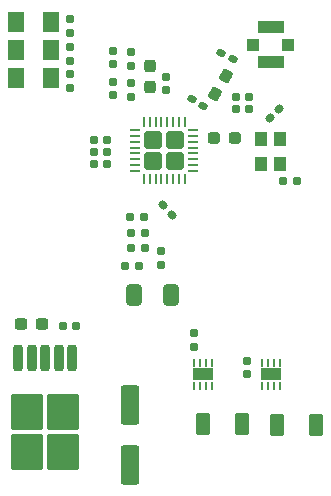
<source format=gbr>
%TF.GenerationSoftware,KiCad,Pcbnew,9.0.0*%
%TF.CreationDate,2025-09-05T21:38:02-05:00*%
%TF.ProjectId,RIOT_Receiver_ESP,52494f54-5f52-4656-9365-697665725f45,rev?*%
%TF.SameCoordinates,Original*%
%TF.FileFunction,Paste,Top*%
%TF.FilePolarity,Positive*%
%FSLAX46Y46*%
G04 Gerber Fmt 4.6, Leading zero omitted, Abs format (unit mm)*
G04 Created by KiCad (PCBNEW 9.0.0) date 2025-09-05 21:38:02*
%MOMM*%
%LPD*%
G01*
G04 APERTURE LIST*
G04 Aperture macros list*
%AMRoundRect*
0 Rectangle with rounded corners*
0 $1 Rounding radius*
0 $2 $3 $4 $5 $6 $7 $8 $9 X,Y pos of 4 corners*
0 Add a 4 corners polygon primitive as box body*
4,1,4,$2,$3,$4,$5,$6,$7,$8,$9,$2,$3,0*
0 Add four circle primitives for the rounded corners*
1,1,$1+$1,$2,$3*
1,1,$1+$1,$4,$5*
1,1,$1+$1,$6,$7*
1,1,$1+$1,$8,$9*
0 Add four rect primitives between the rounded corners*
20,1,$1+$1,$2,$3,$4,$5,0*
20,1,$1+$1,$4,$5,$6,$7,0*
20,1,$1+$1,$6,$7,$8,$9,0*
20,1,$1+$1,$8,$9,$2,$3,0*%
G04 Aperture macros list end*
%ADD10RoundRect,0.160000X0.160000X-0.197500X0.160000X0.197500X-0.160000X0.197500X-0.160000X-0.197500X0*%
%ADD11RoundRect,0.250001X-0.462499X-0.624999X0.462499X-0.624999X0.462499X0.624999X-0.462499X0.624999X0*%
%ADD12RoundRect,0.155000X0.155000X-0.212500X0.155000X0.212500X-0.155000X0.212500X-0.155000X-0.212500X0*%
%ADD13RoundRect,0.237500X0.287500X0.237500X-0.287500X0.237500X-0.287500X-0.237500X0.287500X-0.237500X0*%
%ADD14RoundRect,0.155000X0.212500X0.155000X-0.212500X0.155000X-0.212500X-0.155000X0.212500X-0.155000X0*%
%ADD15RoundRect,0.250000X-0.362500X-0.700000X0.362500X-0.700000X0.362500X0.700000X-0.362500X0.700000X0*%
%ADD16RoundRect,0.250000X-0.550000X1.412500X-0.550000X-1.412500X0.550000X-1.412500X0.550000X1.412500X0*%
%ADD17RoundRect,0.155000X-0.040659X-0.259862X0.259862X0.040659X0.040659X0.259862X-0.259862X-0.040659X0*%
%ADD18RoundRect,0.155000X-0.261530X-0.027984X0.106530X-0.240484X0.261530X0.027984X-0.106530X0.240484X0*%
%ADD19RoundRect,0.250000X-0.412500X-0.650000X0.412500X-0.650000X0.412500X0.650000X-0.412500X0.650000X0*%
%ADD20RoundRect,0.160000X-0.197500X-0.160000X0.197500X-0.160000X0.197500X0.160000X-0.197500X0.160000X0*%
%ADD21RoundRect,0.155000X-0.155000X0.212500X-0.155000X-0.212500X0.155000X-0.212500X0.155000X0.212500X0*%
%ADD22R,1.100000X1.300000*%
%ADD23RoundRect,0.237500X-0.237500X0.287500X-0.237500X-0.287500X0.237500X-0.287500X0.237500X0.287500X0*%
%ADD24RoundRect,0.237500X0.061931X-0.367732X0.349431X0.130232X-0.061931X0.367732X-0.349431X-0.130232X0*%
%ADD25R,0.279400X0.711200*%
%ADD26R,1.701800X0.990600*%
%ADD27R,1.000000X1.000000*%
%ADD28R,2.200000X1.050000*%
%ADD29RoundRect,0.200000X-0.200000X0.900000X-0.200000X-0.900000X0.200000X-0.900000X0.200000X0.900000X0*%
%ADD30RoundRect,0.250000X-1.125000X1.275000X-1.125000X-1.275000X1.125000X-1.275000X1.125000X1.275000X0*%
%ADD31RoundRect,0.155000X0.259862X-0.040659X-0.040659X0.259862X-0.259862X0.040659X0.040659X-0.259862X0*%
%ADD32RoundRect,0.155000X-0.212500X-0.155000X0.212500X-0.155000X0.212500X0.155000X-0.212500X0.155000X0*%
%ADD33RoundRect,0.250000X-0.495000X0.495000X-0.495000X-0.495000X0.495000X-0.495000X0.495000X0.495000X0*%
%ADD34RoundRect,0.062500X-0.062500X0.337500X-0.062500X-0.337500X0.062500X-0.337500X0.062500X0.337500X0*%
%ADD35RoundRect,0.062500X-0.337500X0.062500X-0.337500X-0.062500X0.337500X-0.062500X0.337500X0.062500X0*%
%ADD36RoundRect,0.237500X-0.300000X-0.237500X0.300000X-0.237500X0.300000X0.237500X-0.300000X0.237500X0*%
%ADD37RoundRect,0.160000X0.197500X0.160000X-0.197500X0.160000X-0.197500X-0.160000X0.197500X-0.160000X0*%
G04 APERTURE END LIST*
D10*
%TO.C,R1*%
X157300000Y-79997500D03*
X157300000Y-78802500D03*
%TD*%
%TO.C,R11*%
X162400000Y-85397500D03*
X162400000Y-84202500D03*
%TD*%
D11*
%TO.C,D1*%
X152712500Y-79050000D03*
X155687500Y-79050000D03*
%TD*%
D12*
%TO.C,C21*%
X167750000Y-106567500D03*
X167750000Y-105432500D03*
%TD*%
D13*
%TO.C,L2*%
X171225000Y-88850000D03*
X169475000Y-88850000D03*
%TD*%
D14*
%TO.C,C14*%
X160417500Y-91100000D03*
X159282500Y-91100000D03*
%TD*%
D12*
%TO.C,C8*%
X160900000Y-82667500D03*
X160900000Y-81532500D03*
%TD*%
D15*
%TO.C,R4*%
X174755000Y-113190000D03*
X178080000Y-113190000D03*
%TD*%
D16*
%TO.C,REF\u002A\u002A*%
X162300000Y-111462500D03*
X162300000Y-116537500D03*
%TD*%
D17*
%TO.C,C9*%
X174173717Y-87226283D03*
X174976283Y-86423717D03*
%TD*%
D18*
%TO.C,C4*%
X167558531Y-85616250D03*
X168541469Y-86183750D03*
%TD*%
D19*
%TO.C,REF\u002A\u002A*%
X162687500Y-102200000D03*
X165812500Y-102200000D03*
%TD*%
D20*
%TO.C,R15*%
X161902500Y-99750000D03*
X163097500Y-99750000D03*
%TD*%
D21*
%TO.C,C22*%
X172250000Y-107750000D03*
X172250000Y-108885000D03*
%TD*%
D14*
%TO.C,C2*%
X157767500Y-104800000D03*
X156632500Y-104800000D03*
%TD*%
%TO.C,C12*%
X176467500Y-92500000D03*
X175332500Y-92500000D03*
%TD*%
D20*
%TO.C,R14*%
X162305000Y-95600000D03*
X163500000Y-95600000D03*
%TD*%
D22*
%TO.C,X1*%
X173400000Y-88950000D03*
X173400000Y-91050000D03*
X175050000Y-91050000D03*
X175050000Y-88950000D03*
%TD*%
D21*
%TO.C,C19*%
X165000000Y-98500000D03*
X165000000Y-99635000D03*
%TD*%
D20*
%TO.C,R12*%
X162402500Y-96950000D03*
X163597500Y-96950000D03*
%TD*%
D21*
%TO.C,C6*%
X165400000Y-83732500D03*
X165400000Y-84867500D03*
%TD*%
D12*
%TO.C,C18*%
X160900000Y-85267500D03*
X160900000Y-84132500D03*
%TD*%
D23*
%TO.C,L3*%
X164000000Y-82825000D03*
X164000000Y-84575000D03*
%TD*%
D10*
%TO.C,R2*%
X157300000Y-82397500D03*
X157300000Y-81202500D03*
%TD*%
D14*
%TO.C,C11*%
X172417500Y-85450000D03*
X171282500Y-85450000D03*
%TD*%
D10*
%TO.C,R3*%
X157300000Y-84697500D03*
X157300000Y-83502500D03*
%TD*%
D24*
%TO.C,L1*%
X169562500Y-85157772D03*
X170437500Y-83642228D03*
%TD*%
D14*
%TO.C,C17*%
X160417500Y-90100000D03*
X159282500Y-90100000D03*
%TD*%
D18*
%TO.C,C5*%
X170058531Y-81666251D03*
X171041469Y-82233749D03*
%TD*%
D12*
%TO.C,C7*%
X162400000Y-82767500D03*
X162400000Y-81632500D03*
%TD*%
D25*
%TO.C,U2*%
X175000378Y-107900000D03*
X174500252Y-107900000D03*
X174000126Y-107900000D03*
X173500000Y-107900000D03*
X173500000Y-109906600D03*
X174000126Y-109906600D03*
X174500252Y-109906600D03*
X175000378Y-109906600D03*
D26*
X174250189Y-108903300D03*
%TD*%
D11*
%TO.C,D2*%
X152712500Y-81400000D03*
X155687500Y-81400000D03*
%TD*%
D27*
%TO.C,REF\u002A\u002A*%
X172750000Y-81000000D03*
D28*
X174250000Y-79524999D03*
D27*
X175750000Y-81000000D03*
D28*
X174250000Y-82475001D03*
%TD*%
D15*
%TO.C,R5*%
X168537500Y-113100000D03*
X171862500Y-113100000D03*
%TD*%
D25*
%TO.C,U4*%
X169300000Y-107900000D03*
X168799874Y-107900000D03*
X168299748Y-107900000D03*
X167799622Y-107900000D03*
X167799622Y-109906600D03*
X168299748Y-109906600D03*
X168799874Y-109906600D03*
X169300000Y-109906600D03*
D26*
X168549811Y-108903300D03*
%TD*%
D29*
%TO.C,U3*%
X157440000Y-107500000D03*
X156300000Y-107500000D03*
X155160000Y-107500000D03*
D30*
X156685000Y-112125000D03*
X153635000Y-112125000D03*
X156685000Y-115475000D03*
X153635000Y-115475000D03*
D29*
X154020000Y-107500000D03*
X152880000Y-107500000D03*
%TD*%
D31*
%TO.C,C20*%
X165901283Y-95401283D03*
X165098717Y-94598717D03*
%TD*%
D32*
%TO.C,C13*%
X159282500Y-89100000D03*
X160417500Y-89100000D03*
%TD*%
D11*
%TO.C,D3*%
X152712500Y-83800000D03*
X155687500Y-83800000D03*
%TD*%
D33*
%TO.C,U1*%
X166175000Y-89025000D03*
X164325000Y-89025000D03*
X166175000Y-90875000D03*
X164325000Y-90875000D03*
D34*
X167000000Y-87500000D03*
X166500000Y-87500000D03*
X166000000Y-87500000D03*
X165500000Y-87500000D03*
X165000000Y-87500000D03*
X164500000Y-87500000D03*
X164000000Y-87500000D03*
X163500000Y-87500000D03*
D35*
X162800000Y-88200000D03*
X162800000Y-88700000D03*
X162800000Y-89200000D03*
X162800000Y-89700000D03*
X162800000Y-90200000D03*
X162800000Y-90700000D03*
X162800000Y-91200000D03*
X162800000Y-91700000D03*
D34*
X163500000Y-92400000D03*
X164000000Y-92400000D03*
X164500000Y-92400000D03*
X165000000Y-92400000D03*
X165500000Y-92400000D03*
X166000000Y-92400000D03*
X166500000Y-92400000D03*
X167000000Y-92400000D03*
D35*
X167700000Y-91700000D03*
X167700000Y-91200000D03*
X167700000Y-90700000D03*
X167700000Y-90200000D03*
X167700000Y-89700000D03*
X167700000Y-89200000D03*
X167700000Y-88700000D03*
X167700000Y-88200000D03*
%TD*%
D36*
%TO.C,C3*%
X153137500Y-104600000D03*
X154862500Y-104600000D03*
%TD*%
D37*
%TO.C,R13*%
X163597500Y-98200000D03*
X162402500Y-98200000D03*
%TD*%
D14*
%TO.C,C10*%
X172417500Y-86450000D03*
X171282500Y-86450000D03*
%TD*%
M02*

</source>
